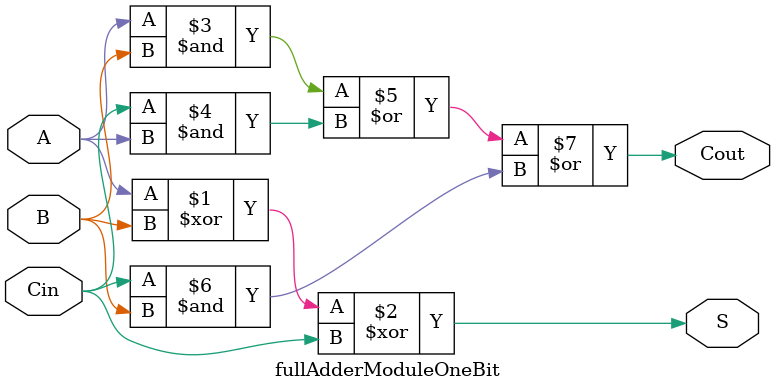
<source format=sv>
module fullAdderModuleOneBit (
    input logic A,          // Entrada A
    input logic B,          // Entrada B
    input logic Cin,        // Carry in
    output logic S,         // Suma
    output logic Cout       // Carry out
);

    // Lógica del sumador completo de 1 bit
    assign S = A ^ B ^ Cin;               // Suma
    assign Cout = (A & B) | (Cin & A) | (Cin & B);  // Carry out

endmodule
</source>
